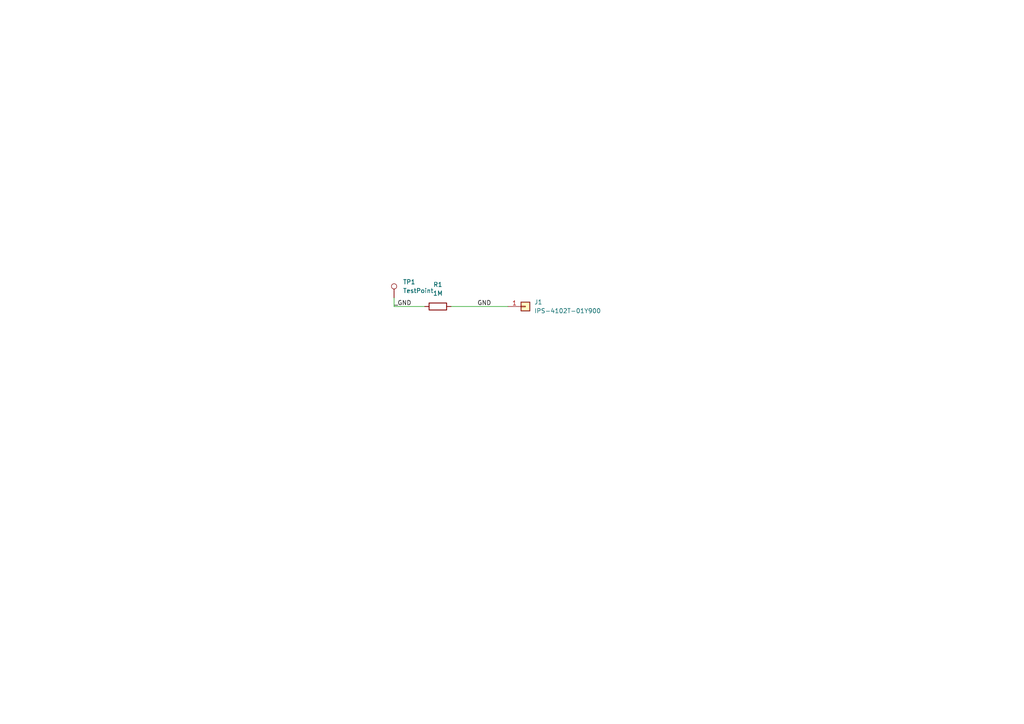
<source format=kicad_sch>
(kicad_sch (version 20211123) (generator eeschema)
  (paper "A4")
  (lib_symbols
    (symbol "Connector:TestPoint" (pin_numbers hide) (pin_names (offset 0.762) hide)
      (property "Reference" "TP" (at 0 6.858 0))
      (property "Value" "TestPoint" (at 0 5.08 0))
      (symbol "TestPoint_0_1"
        (circle (center 0 3.302) (radius 0.762))
      )
      (symbol "TestPoint_1_1"
        (pin passive line (at 0 0 90) (length 2.54) (name "1") (number "1"))
      )
    )
    (symbol "Connector_Generic:Conn_01x01" (pin_names (offset 1.016) hide)
      (property "Reference" "J" (at 0 2.54 0))
      (property "Value" "Conn_01x01" (at 0 -2.54 0))
      (symbol "Conn_01x01_1_1"
        (rectangle (start -1.27 0.127) (end 0 -0.127) (stroke (width 0.1524)))
        (rectangle (start -1.27 1.27) (end 1.27 -1.27) (stroke (width 0.254)) (fill (type background)))
        (pin passive line (at -5.08 0 0) (length 3.81) (name "Pin_1") (number "1"))
      )
    )
    (symbol "Device:R" (pin_numbers hide) (pin_names (offset 0))
      (property "Reference" "R" (at 2.032 0 90))
      (property "Value" "R" (at 0 0 90))
      (symbol "R_0_1"
        (rectangle (start -1.016 -2.54) (end 1.016 2.54) (stroke (width 0.254)))
      )
      (symbol "R_1_1"
        (pin passive line (at 0 3.81 270) (length 1.27) (name "~") (number "1"))
        (pin passive line (at 0 -3.81 90) (length 1.27) (name "~") (number "2"))
      )
    )
  )
  (wire (pts (xy 114.3 88.9) (xy 123.19 88.9)))
  (wire (pts (xy 130.81 88.9) (xy 147.32 88.9)))
  (wire (pts (xy 114.3 86.36) (xy 114.3 88.9)))
  (label "_GND" (at 114.3 88.9 0))
  (label "GND" (at 138.43 88.9 0))
  (symbol (lib_id "Connector:TestPoint") (at 114.3 86.36 0) (unit 1)
    (property "Reference" "TP1" (at 116.84 81.7879 0) (effects (justify left)))
    (property "Value" "TestPoint" (at 116.84 84.3279 0) (effects (justify left)))
    (property "Footprint" "GroundPatch:GroundLogo" (effects hide))
  )
  (symbol (lib_id "Connector_Generic:Conn_01x01") (at 152.4 88.9 0) (unit 1)
    (property "Reference" "J1" (at 154.94 87.6299 0) (effects (justify left)))
    (property "Value" "IPS-4102T-01Y900" (at 154.94 90.1699 0) (effects (justify left)))
    (property "Footprint" "GroundPatch:IPS-4102T-01Y900" (effects hide))
  )
  (symbol (lib_id "Device:R") (at 127 88.9 90) (unit 1)
    (property "Reference" "R1" (at 127 82.55 90))
    (property "Value" "1M" (at 127 85.09 90))
    (property "Footprint" "Resistor_SMD:R_1206_3216Metric_Pad1.30x1.75mm_HandSolder" (effects hide))
  )
)
</source>
